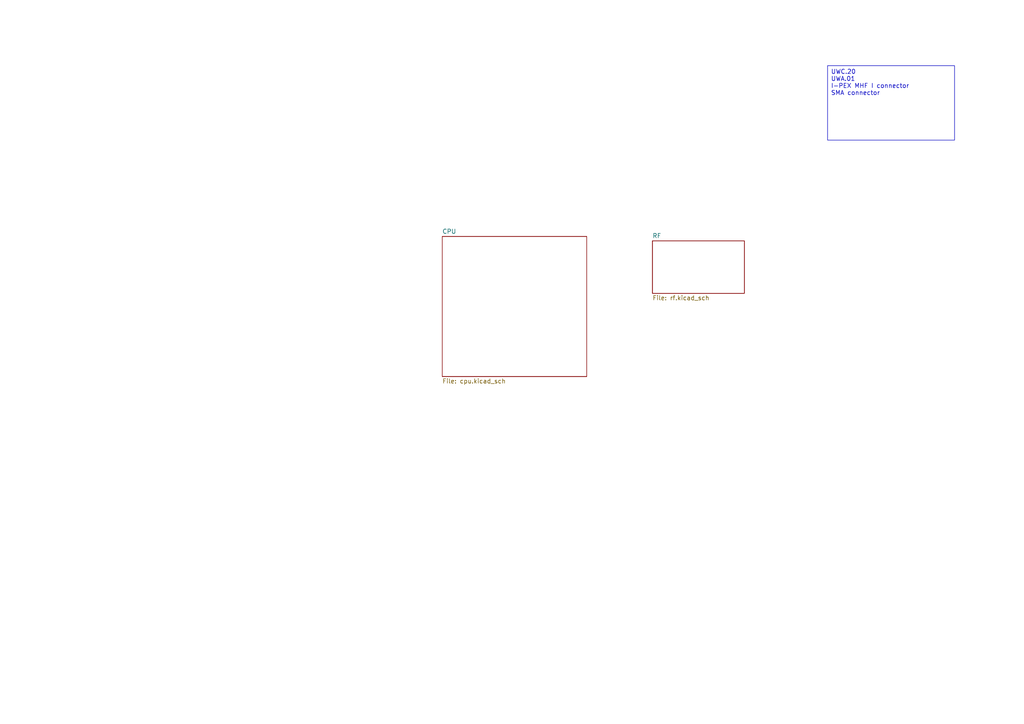
<source format=kicad_sch>
(kicad_sch
	(version 20250114)
	(generator "eeschema")
	(generator_version "9.0")
	(uuid "7666dc1a-7b28-48ea-a5e3-eea89f700cea")
	(paper "A4")
	(title_block
		(title "UWBkit - UWB Sniffer")
		(date "2025-12-15")
		(rev "1")
	)
	(lib_symbols)
	(text_box "UWC.20\nUWA.01\nI-PEX MHF I connector\nSMA connector"
		(exclude_from_sim no)
		(at 240.03 19.05 0)
		(size 36.83 21.59)
		(margins 0.9525 0.9525 0.9525 0.9525)
		(stroke
			(width 0)
			(type solid)
		)
		(fill
			(type none)
		)
		(effects
			(font
				(size 1.27 1.27)
			)
			(justify left top)
		)
		(uuid "5d3142eb-61e3-4c14-916c-c8173dd270cc")
	)
	(sheet
		(at 189.23 69.85)
		(size 26.67 15.24)
		(exclude_from_sim no)
		(in_bom yes)
		(on_board yes)
		(dnp no)
		(fields_autoplaced yes)
		(stroke
			(width 0.1524)
			(type solid)
		)
		(fill
			(color 0 0 0 0.0000)
		)
		(uuid "9c5400f6-8843-4efe-8f66-82919aa03da0")
		(property "Sheetname" "RF"
			(at 189.23 69.1384 0)
			(effects
				(font
					(size 1.27 1.27)
				)
				(justify left bottom)
			)
		)
		(property "Sheetfile" "rf.kicad_sch"
			(at 189.23 85.6746 0)
			(effects
				(font
					(size 1.27 1.27)
				)
				(justify left top)
			)
		)
		(instances
			(project "UWBkit_sniffer"
				(path "/7666dc1a-7b28-48ea-a5e3-eea89f700cea"
					(page "3")
				)
			)
		)
	)
	(sheet
		(at 128.27 68.58)
		(size 41.91 40.64)
		(exclude_from_sim no)
		(in_bom yes)
		(on_board yes)
		(dnp no)
		(fields_autoplaced yes)
		(stroke
			(width 0.1524)
			(type solid)
		)
		(fill
			(color 0 0 0 0.0000)
		)
		(uuid "ab5f3373-cb11-4589-a153-c22dd99245b4")
		(property "Sheetname" "CPU"
			(at 128.27 67.8684 0)
			(effects
				(font
					(size 1.27 1.27)
				)
				(justify left bottom)
			)
		)
		(property "Sheetfile" "cpu.kicad_sch"
			(at 128.27 109.8046 0)
			(effects
				(font
					(size 1.27 1.27)
				)
				(justify left top)
			)
		)
		(instances
			(project "UWBkit_sniffer"
				(path "/7666dc1a-7b28-48ea-a5e3-eea89f700cea"
					(page "2")
				)
			)
		)
	)
	(sheet_instances
		(path "/"
			(page "1")
		)
	)
	(embedded_fonts no)
)

</source>
